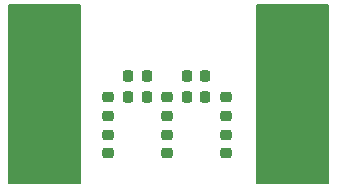
<source format=gbr>
%TF.GenerationSoftware,KiCad,Pcbnew,(6.0.10)*%
%TF.CreationDate,2023-05-27T15:47:13+03:00*%
%TF.ProjectId,BSF_5,4253465f-352e-46b6-9963-61645f706362,rev?*%
%TF.SameCoordinates,Original*%
%TF.FileFunction,Soldermask,Top*%
%TF.FilePolarity,Negative*%
%FSLAX46Y46*%
G04 Gerber Fmt 4.6, Leading zero omitted, Abs format (unit mm)*
G04 Created by KiCad (PCBNEW (6.0.10)) date 2023-05-27 15:47:13*
%MOMM*%
%LPD*%
G01*
G04 APERTURE LIST*
G04 Aperture macros list*
%AMRoundRect*
0 Rectangle with rounded corners*
0 $1 Rounding radius*
0 $2 $3 $4 $5 $6 $7 $8 $9 X,Y pos of 4 corners*
0 Add a 4 corners polygon primitive as box body*
4,1,4,$2,$3,$4,$5,$6,$7,$8,$9,$2,$3,0*
0 Add four circle primitives for the rounded corners*
1,1,$1+$1,$2,$3*
1,1,$1+$1,$4,$5*
1,1,$1+$1,$6,$7*
1,1,$1+$1,$8,$9*
0 Add four rect primitives between the rounded corners*
20,1,$1+$1,$2,$3,$4,$5,0*
20,1,$1+$1,$4,$5,$6,$7,0*
20,1,$1+$1,$6,$7,$8,$9,0*
20,1,$1+$1,$8,$9,$2,$3,0*%
G04 Aperture macros list end*
%ADD10C,0.150000*%
%ADD11RoundRect,0.218750X-0.218750X-0.256250X0.218750X-0.256250X0.218750X0.256250X-0.218750X0.256250X0*%
%ADD12RoundRect,0.218750X0.256250X-0.218750X0.256250X0.218750X-0.256250X0.218750X-0.256250X-0.218750X0*%
%ADD13RoundRect,0.225000X-0.250000X0.225000X-0.250000X-0.225000X0.250000X-0.225000X0.250000X0.225000X0*%
%ADD14RoundRect,0.225000X0.225000X0.250000X-0.225000X0.250000X-0.225000X-0.250000X0.225000X-0.250000X0*%
%ADD15R,5.080000X1.500000*%
G04 APERTURE END LIST*
D10*
X121500000Y-94750000D02*
X115500000Y-94750000D01*
X115500000Y-94750000D02*
X115500000Y-79750000D01*
X115500000Y-79750000D02*
X121500000Y-79750000D01*
X121500000Y-79750000D02*
X121500000Y-94750000D01*
G36*
X121500000Y-94750000D02*
G01*
X115500000Y-94750000D01*
X115500000Y-79750000D01*
X121500000Y-79750000D01*
X121500000Y-94750000D01*
G37*
X142500000Y-79750000D02*
X136500000Y-79750000D01*
X136500000Y-79750000D02*
X136500000Y-94750000D01*
X136500000Y-94750000D02*
X142500000Y-94750000D01*
X142500000Y-94750000D02*
X142500000Y-79750000D01*
G36*
X142500000Y-79750000D02*
G01*
X136500000Y-79750000D01*
X136500000Y-94750000D01*
X142500000Y-94750000D01*
X142500000Y-79750000D01*
G37*
D11*
%TO.C,L2*%
X125612500Y-85750000D03*
X127187500Y-85750000D03*
%TD*%
D12*
%TO.C,L3*%
X128900000Y-89075000D03*
X128900000Y-87500000D03*
%TD*%
D13*
%TO.C,C1*%
X123900000Y-90725000D03*
X123900000Y-92275000D03*
%TD*%
D12*
%TO.C,L5*%
X133900000Y-89075000D03*
X133900000Y-87500000D03*
%TD*%
D14*
%TO.C,C4*%
X132100000Y-87500000D03*
X130550000Y-87500000D03*
%TD*%
D15*
%TO.C,J1*%
X118362500Y-87500000D03*
X118362500Y-91750000D03*
X118362500Y-83250000D03*
%TD*%
%TO.C,J2*%
X139500000Y-87500000D03*
X139500000Y-83250000D03*
X139500000Y-91750000D03*
%TD*%
D13*
%TO.C,C5*%
X133900000Y-90725000D03*
X133900000Y-92275000D03*
%TD*%
%TO.C,C3*%
X128900000Y-90725000D03*
X128900000Y-92275000D03*
%TD*%
D14*
%TO.C,C2*%
X127175000Y-87500000D03*
X125625000Y-87500000D03*
%TD*%
D12*
%TO.C,L1*%
X123900000Y-89075000D03*
X123900000Y-87500000D03*
%TD*%
D11*
%TO.C,L4*%
X130550000Y-85750000D03*
X132125000Y-85750000D03*
%TD*%
M02*

</source>
